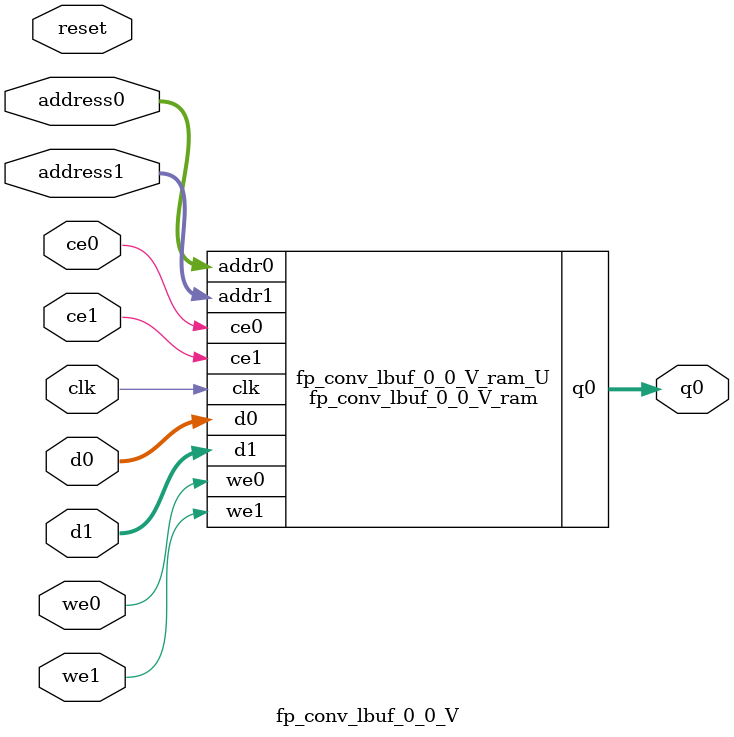
<source format=v>

`timescale 1 ns / 1 ps
module fp_conv_lbuf_0_0_V_ram (addr0, ce0, d0, we0, q0, addr1, ce1, d1, we1,  clk);

parameter DWIDTH = 20;
parameter AWIDTH = 5;
parameter MEM_SIZE = 32;

input[AWIDTH-1:0] addr0;
input ce0;
input[DWIDTH-1:0] d0;
input we0;
output reg[DWIDTH-1:0] q0;
input[AWIDTH-1:0] addr1;
input ce1;
input[DWIDTH-1:0] d1;
input we1;
input clk;

(* ram_style = "block" *)reg [DWIDTH-1:0] ram[0:MEM_SIZE-1];




always @(posedge clk)  
begin 
    if (ce0) 
    begin
        if (we0) 
        begin 
            ram[addr0] <= d0; 
            q0 <= d0;
        end 
        else 
            q0 <= ram[addr0];
    end
end


always @(posedge clk)  
begin 
    if (ce1) 
    begin
        if (we1) 
        begin 
            ram[addr1] <= d1; 
        end 
    end
end


endmodule


`timescale 1 ns / 1 ps
module fp_conv_lbuf_0_0_V(
    reset,
    clk,
    address0,
    ce0,
    we0,
    d0,
    q0,
    address1,
    ce1,
    we1,
    d1);

parameter DataWidth = 32'd20;
parameter AddressRange = 32'd32;
parameter AddressWidth = 32'd5;
input reset;
input clk;
input[AddressWidth - 1:0] address0;
input ce0;
input we0;
input[DataWidth - 1:0] d0;
output[DataWidth - 1:0] q0;
input[AddressWidth - 1:0] address1;
input ce1;
input we1;
input[DataWidth - 1:0] d1;



fp_conv_lbuf_0_0_V_ram fp_conv_lbuf_0_0_V_ram_U(
    .clk( clk ),
    .addr0( address0 ),
    .ce0( ce0 ),
    .we0( we0 ),
    .d0( d0 ),
    .q0( q0 ),
    .addr1( address1 ),
    .ce1( ce1 ),
    .we1( we1 ),
    .d1( d1 ));

endmodule


</source>
